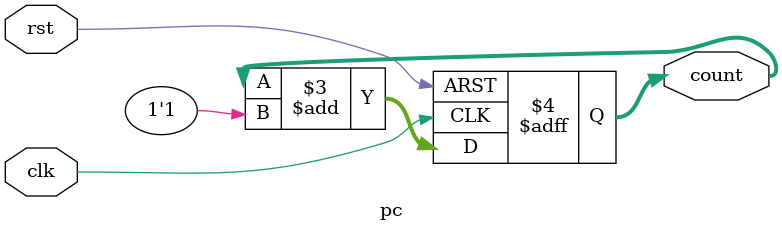
<source format=v>
/*
Eduardo Augusto Ribeiro Duenas - 2017011086 - Turma 2
Jackson Galdino Da Silveira    - 2018010136 - Turma 1
Jean Tan Li                    - 2018000069 - Turma 1
*/

module pc (
	input rst, clk,
	output reg [9:0] count
);

	always @ (posedge clk or negedge rst)									
			if (~rst) 
				count <= 10'b0;
			else 
				count <= count + 1'b1;
	
endmodule

</source>
